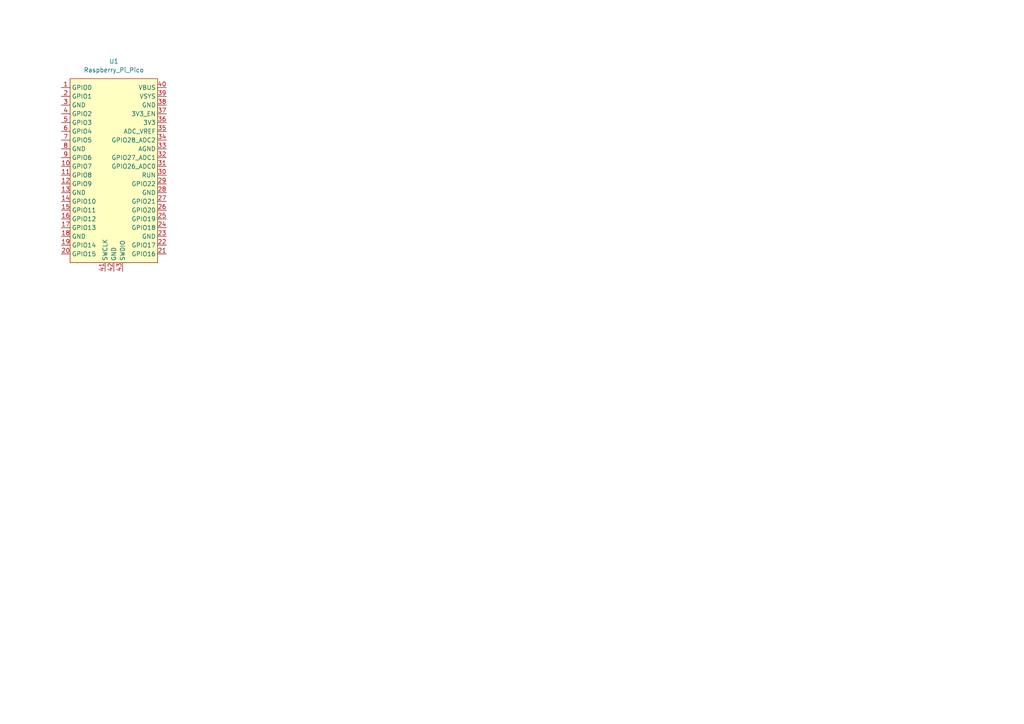
<source format=kicad_sch>
(kicad_sch (version 20231120) (generator "eeschema") (generator_version "8.0")
  (paper "A4")
  (lib_symbols
    (symbol "ScottoKeebs:MCU_Raspberry_Pi_Pico"
      (property "Reference" "U" (at 0 0 0))
      (property "Value" "Raspberry_Pi_Pico" (at 0 27.94 0))
      (symbol "MCU_Raspberry_Pi_Pico_0_1"
        (rectangle (start -12.7 26.67) (end 12.7 -26.67) (fill (type background)))
      )
      (symbol "MCU_Raspberry_Pi_Pico_1_1"
        (pin bidirectional line (at -15.24 24.13 0) (length 2.54) (name "GPIO0") (number "1"))
        (pin bidirectional line (at -15.24 1.27 0) (length 2.54) (name "GPIO7") (number "10"))
        (pin bidirectional line (at -15.24 -1.27 0) (length 2.54) (name "GPIO8") (number "11"))
        (pin bidirectional line (at -15.24 -3.81 0) (length 2.54) (name "GPIO9") (number "12"))
        (pin power_in line (at -15.24 -6.35 0) (length 2.54) (name "GND") (number "13"))
        (pin bidirectional line (at -15.24 -8.89 0) (length 2.54) (name "GPIO10") (number "14"))
        (pin bidirectional line (at -15.24 -11.43 0) (length 2.54) (name "GPIO11") (number "15"))
        (pin bidirectional line (at -15.24 -13.97 0) (length 2.54) (name "GPIO12") (number "16"))
        (pin bidirectional line (at -15.24 -16.51 0) (length 2.54) (name "GPIO13") (number "17"))
        (pin power_in line (at -15.24 -19.05 0) (length 2.54) (name "GND") (number "18"))
        (pin bidirectional line (at -15.24 -21.59 0) (length 2.54) (name "GPIO14") (number "19"))
        (pin bidirectional line (at -15.24 21.59 0) (length 2.54) (name "GPIO1") (number "2"))
        (pin bidirectional line (at -15.24 -24.13 0) (length 2.54) (name "GPIO15") (number "20"))
        (pin bidirectional line (at 15.24 -24.13 180) (length 2.54) (name "GPIO16") (number "21"))
        (pin bidirectional line (at 15.24 -21.59 180) (length 2.54) (name "GPIO17") (number "22"))
        (pin power_in line (at 15.24 -19.05 180) (length 2.54) (name "GND") (number "23"))
        (pin bidirectional line (at 15.24 -16.51 180) (length 2.54) (name "GPIO18") (number "24"))
        (pin bidirectional line (at 15.24 -13.97 180) (length 2.54) (name "GPIO19") (number "25"))
        (pin bidirectional line (at 15.24 -11.43 180) (length 2.54) (name "GPIO20") (number "26"))
        (pin bidirectional line (at 15.24 -8.89 180) (length 2.54) (name "GPIO21") (number "27"))
        (pin power_in line (at 15.24 -6.35 180) (length 2.54) (name "GND") (number "28"))
        (pin bidirectional line (at 15.24 -3.81 180) (length 2.54) (name "GPIO22") (number "29"))
        (pin power_in line (at -15.24 19.05 0) (length 2.54) (name "GND") (number "3"))
        (pin input line (at 15.24 -1.27 180) (length 2.54) (name "RUN") (number "30"))
        (pin bidirectional line (at 15.24 1.27 180) (length 2.54) (name "GPIO26_ADC0") (number "31"))
        (pin bidirectional line (at 15.24 3.81 180) (length 2.54) (name "GPIO27_ADC1") (number "32"))
        (pin power_in line (at 15.24 6.35 180) (length 2.54) (name "AGND") (number "33"))
        (pin bidirectional line (at 15.24 8.89 180) (length 2.54) (name "GPIO28_ADC2") (number "34"))
        (pin power_in line (at 15.24 11.43 180) (length 2.54) (name "ADC_VREF") (number "35"))
        (pin power_in line (at 15.24 13.97 180) (length 2.54) (name "3V3") (number "36"))
        (pin input line (at 15.24 16.51 180) (length 2.54) (name "3V3_EN") (number "37"))
        (pin bidirectional line (at 15.24 19.05 180) (length 2.54) (name "GND") (number "38"))
        (pin power_in line (at 15.24 21.59 180) (length 2.54) (name "VSYS") (number "39"))
        (pin bidirectional line (at -15.24 16.51 0) (length 2.54) (name "GPIO2") (number "4"))
        (pin power_in line (at 15.24 24.13 180) (length 2.54) (name "VBUS") (number "40"))
        (pin input line (at -2.54 -29.21 90) (length 2.54) (name "SWCLK") (number "41"))
        (pin power_in line (at 0 -29.21 90) (length 2.54) (name "GND") (number "42"))
        (pin bidirectional line (at 2.54 -29.21 90) (length 2.54) (name "SWDIO") (number "43"))
        (pin bidirectional line (at -15.24 13.97 0) (length 2.54) (name "GPIO3") (number "5"))
        (pin bidirectional line (at -15.24 11.43 0) (length 2.54) (name "GPIO4") (number "6"))
        (pin bidirectional line (at -15.24 8.89 0) (length 2.54) (name "GPIO5") (number "7"))
        (pin power_in line (at -15.24 6.35 0) (length 2.54) (name "GND") (number "8"))
        (pin bidirectional line (at -15.24 3.81 0) (length 2.54) (name "GPIO6") (number "9"))
      )
    )
  )
  (symbol (lib_id "ScottoKeebs:MCU_Raspberry_Pi_Pico") (at 33.02 49.53 0) (unit 1)
    (property "Reference" "U1" (at 33.02 17.78 0))
    (property "Value" "Raspberry_Pi_Pico" (at 33.02 20.32 0))
    (property "Footprint" "ScottoKeebs_MCU:Raspberry_Pi_Pico" (effects (hide yes)))
  )
)
</source>
